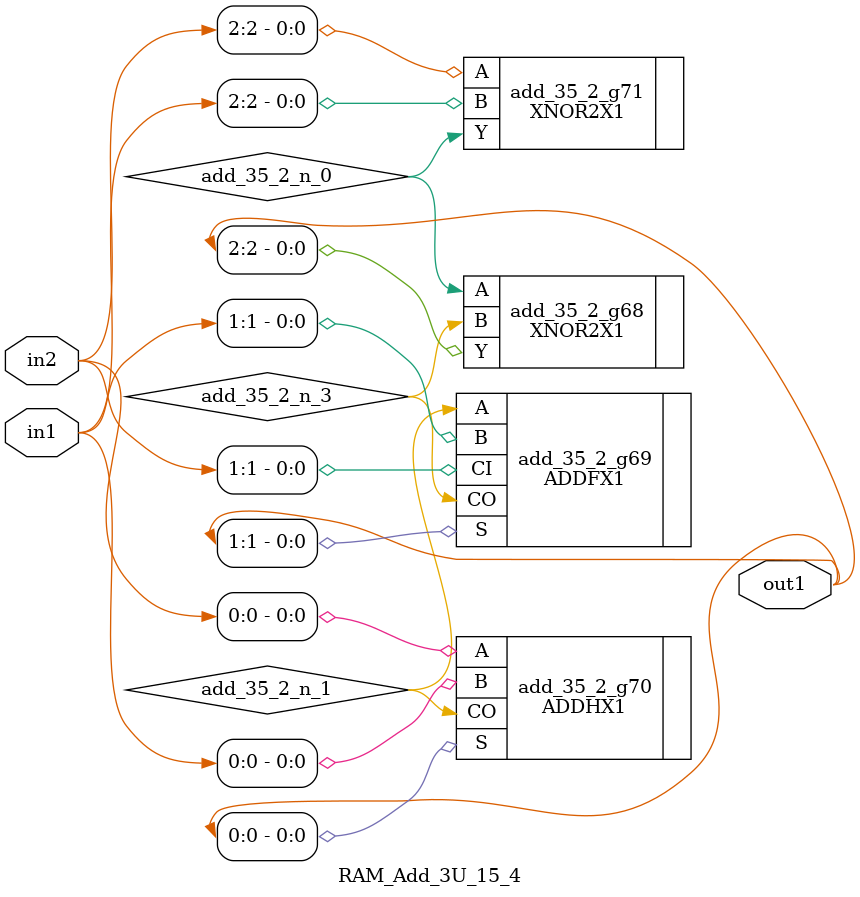
<source format=v>
`timescale 1ps / 1ps


module RAM_Add_3U_15_4(in2, in1, out1);
  input [2:0] in2, in1;
  output [2:0] out1;
  wire [2:0] in2, in1;
  wire [2:0] out1;
  wire add_35_2_n_0, add_35_2_n_1, add_35_2_n_3;
  XNOR2X1 add_35_2_g68(.A (add_35_2_n_0), .B (add_35_2_n_3), .Y
       (out1[2]));
  ADDFX1 add_35_2_g69(.A (add_35_2_n_1), .B (in1[1]), .CI (in2[1]), .CO
       (add_35_2_n_3), .S (out1[1]));
  ADDHX1 add_35_2_g70(.A (in2[0]), .B (in1[0]), .CO (add_35_2_n_1), .S
       (out1[0]));
  XNOR2X1 add_35_2_g71(.A (in2[2]), .B (in1[2]), .Y (add_35_2_n_0));
endmodule



</source>
